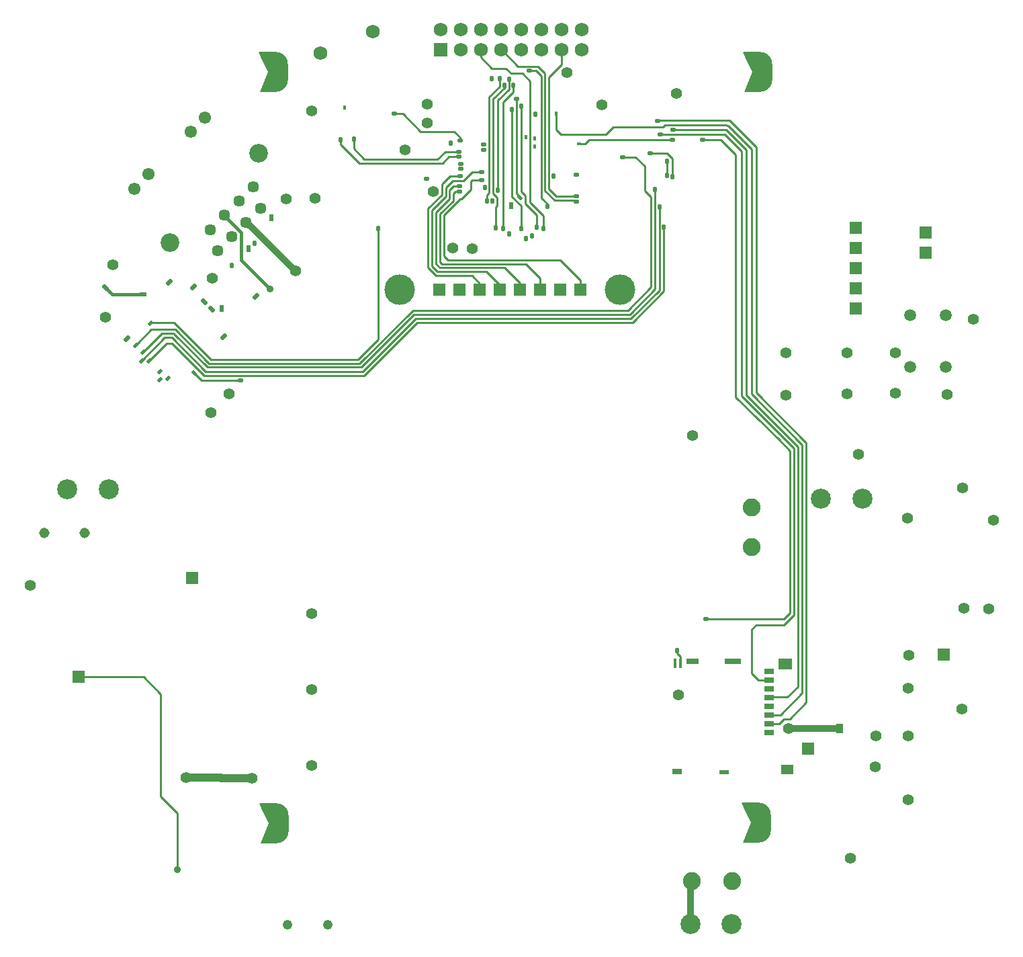
<source format=gbl>
G04 DesignSpark PCB Gerber Version 12.0 Build 5942*
%FSLAX35Y35*%
%MOIN*%
%AMT24*0 Rounded Rectangle Pad at angle 0*4,1,32,-0.00197,-0.01161,0.00197,-0.01161,0.00328,-0.01146,0.00453,-0.01103,0.00565,-0.01032,0.00658,-0.00939,0.00729,-0.00827,0.00772,-0.00702,0.00787,-0.00571,0.00787,0.00571,0.00772,0.00702,0.00729,0.00827,0.00658,0.00939,0.00565,0.01032,0.00453,0.01103,0.00328,0.01146,0.00197,0.01161,-0.00197,0.01161,-0.00328,0.01146,-0.00453,0.01103,-0.00565,0.01032,-0.00658,0.00939,-0.00729,0.00827,-0.00772,0.00702,-0.00787,0.00571,-0.00787,-0.00571,-0.00772,-0.00702,-0.00729,-0.00827,-0.00658,-0.00939,-0.00565,-0.01032,-0.00453,-0.01103,-0.00328,-0.01146,-0.00197,-0.01161,0*%
%ADD24T24*%
%AMT23*0 Rounded Rectangle Pad at angle 0*4,1,28,-0.00492,-0.01358,0.00492,-0.01358,0.00594,-0.01345,0.00689,-0.01306,0.00770,-0.01243,0.00833,-0.01161,0.00872,-0.01067,0.00886,-0.00965,0.00886,0.00965,0.00872,0.01067,0.00833,0.01161,0.00770,0.01243,0.00689,0.01306,0.00594,0.01345,0.00492,0.01358,-0.00492,0.01358,-0.00594,0.01345,-0.00689,0.01306,-0.00770,0.01243,-0.00833,0.01161,-0.00872,0.01067,-0.00886,0.00965,-0.00886,-0.00965,-0.00872,-0.01067,-0.00833,-0.01161,-0.00770,-0.01243,-0.00689,-0.01306,-0.00594,-0.01345,-0.00492,-0.01358,0*%
%ADD23T23*%
%AMT22*0 Rounded Rectangle Pad at angle 0*4,1,32,-0.00433,-0.01752,0.00433,-0.01752,0.00565,-0.01737,0.00689,-0.01693,0.00801,-0.01623,0.00894,-0.01530,0.00965,-0.01418,0.01009,-0.01293,0.01024,-0.01161,0.01024,0.01161,0.01009,0.01293,0.00965,0.01418,0.00894,0.01530,0.00801,0.01623,0.00689,0.01693,0.00565,0.01737,0.00433,0.01752,-0.00433,0.01752,-0.00565,0.01737,-0.00689,0.01693,-0.00801,0.01623,-0.00894,0.01530,-0.00965,0.01418,-0.01009,0.01293,-0.01024,0.01161,-0.01024,-0.01161,-0.01009,-0.01293,-0.00965,-0.01418,-0.00894,-0.01530,-0.00801,-0.01623,-0.00689,-0.01693,-0.00565,-0.01737,-0.00433,-0.01752,0*%
%ADD22T22*%
%AMT73*0 Rounded Rectangle Pad at angle 0*4,1,32,-0.01220,-0.02382,0.01220,-0.02382,0.01352,-0.02367,0.01477,-0.02323,0.01589,-0.02253,0.01682,-0.02159,0.01752,-0.02048,0.01796,-0.01923,0.01811,-0.01791,0.01811,0.01791,0.01796,0.01923,0.01752,0.02048,0.01682,0.02159,0.01589,0.02253,0.01477,0.02323,0.01352,0.02367,0.01220,0.02382,-0.01220,0.02382,-0.01352,0.02367,-0.01477,0.02323,-0.01589,0.02253,-0.01682,0.02159,-0.01752,0.02048,-0.01796,0.01923,-0.01811,0.01791,-0.01811,-0.01791,-0.01796,-0.01923,-0.01752,-0.02048,-0.01682,-0.02159,-0.01589,-0.02253,-0.01477,-0.02323,-0.01352,-0.02367,-0.01220,-0.02382,0*%
%ADD73T73*%
%AMT107*0 Rounded Rectangle Pad at angle 0*4,1,92,-0.03937,-0.09843,0.03937,-0.09843,0.04358,-0.09828,0.04777,-0.09783,0.05192,-0.09708,0.05600,-0.09604,0.06000,-0.09470,0.06390,-0.09309,0.06767,-0.09120,0.07129,-0.08906,0.07475,-0.08665,0.07804,-0.08401,0.08112,-0.08114,0.08400,-0.07806,0.08664,-0.07478,0.08905,-0.07131,0.09120,-0.06769,0.09309,-0.06392,0.09470,-0.06003,0.09604,-0.05603,0.09708,-0.05194,0.09783,-0.04780,0.09828,-0.04361,0.09843,-0.03937,0.09843,0.03937,0.09828,0.04358,0.09783,0.04777,0.09708,0.05192,0.09604,0.05600,0.09470,0.06000,0.09309,0.06390,0.09120,0.06767,0.08906,0.07129,0.08665,0.07475,0.08401,0.07804,0.08114,0.08112,0.07806,0.08400,0.07478,0.08664,0.07131,0.08905,0.06769,0.09120,0.06392,0.09309,0.06003,0.09470,0.05603,0.09604,0.05194,0.09708,0.04780,0.09783,0.04361,0.09828,0.03937,0.09843,-0.03937,0.09843,-0.04358,0.09828,-0.04777,0.09783,-0.05192,0.09708,-0.05600,0.09604,-0.06000,0.09470,-0.06390,0.09309,-0.06767,0.09120,-0.07129,0.08906,-0.07475,0.08665,-0.07804,0.08401,-0.08112,0.08114,-0.08400,0.07806,-0.08664,0.07478,-0.08905,0.07131,-0.09120,0.06769,-0.09309,0.06392,-0.09470,0.06003,-0.09604,0.05603,-0.09708,0.05194,-0.09783,0.04780,-0.09828,0.04361,-0.09843,0.03937,-0.09843,-0.03937,-0.09828,-0.04358,-0.09783,-0.04777,-0.09708,-0.05192,-0.09604,-0.05600,-0.09470,-0.06000,-0.09309,-0.06390,-0.09120,-0.06767,-0.08906,-0.07129,-0.08665,-0.07475,-0.08401,-0.07804,-0.08114,-0.08112,-0.07806,-0.08400,-0.07478,-0.08664,-0.07131,-0.08905,-0.06769,-0.09120,-0.06392,-0.09309,-0.06003,-0.09470,-0.05603,-0.09604,-0.05194,-0.09708,-0.04780,-0.09783,-0.04361,-0.09828,-0.03937,-0.09843,0*%
%ADD107T107*%
%ADD270R,0.01400X0.04500*%
%ADD102R,0.06000X0.06000*%
%ADD113R,0.06900X0.06900*%
%ADD14C,0.01000*%
%ADD19C,0.01500*%
%ADD18C,0.03346*%
%ADD28C,0.03543*%
%ADD72C,0.03937*%
%ADD119C,0.04791*%
%ADD121C,0.05181*%
%ADD70C,0.05591*%
%AMT27*0 Rounded Rectangle Pad at angle 45*4,1,28,0.00613,-0.01308,0.01308,-0.00613,0.01371,-0.00531,0.01410,-0.00436,0.01424,-0.00334,0.01410,-0.00232,0.01371,-0.00137,0.01308,-0.00056,-0.00056,0.01308,-0.00137,0.01371,-0.00232,0.01410,-0.00334,0.01424,-0.00436,0.01410,-0.00531,0.01371,-0.00613,0.01308,-0.01308,0.00613,-0.01371,0.00531,-0.01410,0.00436,-0.01424,0.00334,-0.01410,0.00232,-0.01371,0.00137,-0.01308,0.00056,0.00056,-0.01308,0.00137,-0.01371,0.00232,-0.01410,0.00334,-0.01424,0.00436,-0.01410,0.00531,-0.01371,0.00613,-0.01308,0*%
%ADD27T27*%
%AMT74*0 Rounded Rectangle Pad at angle 90*4,1,32,0.01161,-0.00197,0.01161,0.00197,0.01146,0.00328,0.01103,0.00453,0.01032,0.00565,0.00939,0.00658,0.00827,0.00729,0.00702,0.00772,0.00571,0.00787,-0.00571,0.00787,-0.00702,0.00772,-0.00827,0.00729,-0.00939,0.00658,-0.01032,0.00565,-0.01103,0.00453,-0.01146,0.00328,-0.01161,0.00197,-0.01161,-0.00197,-0.01146,-0.00328,-0.01103,-0.00453,-0.01032,-0.00565,-0.00939,-0.00658,-0.00827,-0.00729,-0.00702,-0.00772,-0.00571,-0.00787,0.00571,-0.00787,0.00702,-0.00772,0.00827,-0.00729,0.00939,-0.00658,0.01032,-0.00565,0.01103,-0.00453,0.01146,-0.00328,0.01161,-0.00197,0*%
%ADD74T74*%
%AMT25*0 Rounded Rectangle Pad at angle 90*4,1,28,0.01358,-0.00492,0.01358,0.00492,0.01345,0.00594,0.01306,0.00689,0.01243,0.00770,0.01161,0.00833,0.01067,0.00872,0.00965,0.00886,-0.00965,0.00886,-0.01067,0.00872,-0.01161,0.00833,-0.01243,0.00770,-0.01306,0.00689,-0.01345,0.00594,-0.01358,0.00492,-0.01358,-0.00492,-0.01345,-0.00594,-0.01306,-0.00689,-0.01243,-0.00770,-0.01161,-0.00833,-0.01067,-0.00872,-0.00965,-0.00886,0.00965,-0.00886,0.01067,-0.00872,0.01161,-0.00833,0.01243,-0.00770,0.01306,-0.00689,0.01345,-0.00594,0.01358,-0.00492,0*%
%ADD25T25*%
%AMT71*0 Rounded Rectangle Pad at angle 135*4,1,28,0.01308,0.00613,0.00613,0.01308,0.00531,0.01371,0.00436,0.01410,0.00334,0.01424,0.00232,0.01410,0.00137,0.01371,0.00056,0.01308,-0.01308,-0.00056,-0.01371,-0.00137,-0.01410,-0.00232,-0.01424,-0.00334,-0.01410,-0.00436,-0.01371,-0.00531,-0.01308,-0.00613,-0.00613,-0.01308,-0.00531,-0.01371,-0.00436,-0.01410,-0.00334,-0.01424,-0.00232,-0.01410,-0.00137,-0.01371,-0.00056,-0.01308,0.01308,0.00056,0.01371,0.00137,0.01410,0.00232,0.01424,0.00334,0.01410,0.00436,0.01371,0.00531,0.01308,0.00613,0*%
%ADD71T71*%
%AMT21*0 Rounded Rectangle Pad at angle 45*4,1,32,0.00933,-0.01545,0.01545,-0.00933,0.01627,-0.00829,0.01685,-0.00710,0.01714,-0.00581,0.01714,-0.00449,0.01685,-0.00320,0.01627,-0.00200,0.01545,-0.00097,-0.00097,0.01545,-0.00201,0.01627,-0.00320,0.01685,-0.00449,0.01714,-0.00581,0.01714,-0.00710,0.01685,-0.00830,0.01627,-0.00933,0.01545,-0.01545,0.00933,-0.01627,0.00829,-0.01685,0.00710,-0.01714,0.00581,-0.01714,0.00449,-0.01685,0.00320,-0.01627,0.00200,-0.01545,0.00097,0.00097,-0.01545,0.00201,-0.01627,0.00320,-0.01685,0.00449,-0.01714,0.00581,-0.01714,0.00710,-0.01685,0.00830,-0.01627,0.00933,-0.01545,0*%
%ADD21T21*%
%AMT29*0 Rounded Rectangle Pad at angle 90*4,1,32,0.01752,-0.00433,0.01752,0.00433,0.01737,0.00565,0.01693,0.00689,0.01623,0.00801,0.01530,0.00894,0.01418,0.00965,0.01293,0.01009,0.01161,0.01024,-0.01161,0.01024,-0.01293,0.01009,-0.01418,0.00965,-0.01530,0.00894,-0.01623,0.00801,-0.01693,0.00689,-0.01737,0.00565,-0.01752,0.00433,-0.01752,-0.00433,-0.01737,-0.00565,-0.01693,-0.00689,-0.01623,-0.00801,-0.01530,-0.00894,-0.01418,-0.00965,-0.01293,-0.01009,-0.01161,-0.01024,0.01161,-0.01024,0.01293,-0.01009,0.01418,-0.00965,0.01530,-0.00894,0.01623,-0.00801,0.01693,-0.00689,0.01737,-0.00565,0.01752,-0.00433,0*%
%ADD29T29*%
%AMT20*0 Rounded Rectangle Pad at angle 135*4,1,32,0.01545,0.00933,0.00933,0.01545,0.00829,0.01627,0.00710,0.01685,0.00581,0.01714,0.00449,0.01714,0.00320,0.01685,0.00200,0.01627,0.00097,0.01545,-0.01545,-0.00097,-0.01627,-0.00201,-0.01685,-0.00320,-0.01714,-0.00449,-0.01714,-0.00581,-0.01685,-0.00710,-0.01627,-0.00830,-0.01545,-0.00933,-0.00933,-0.01545,-0.00829,-0.01627,-0.00710,-0.01685,-0.00581,-0.01714,-0.00449,-0.01714,-0.00320,-0.01685,-0.00200,-0.01627,-0.00097,-0.01545,0.01545,0.00097,0.01627,0.00201,0.01685,0.00320,0.01714,0.00449,0.01714,0.00581,0.01685,0.00710,0.01627,0.00830,0.01545,0.00933,0*%
%ADD20T20*%
%ADD108C,0.05693*%
%ADD89C,0.05906*%
%ADD109C,0.06102*%
%ADD114C,0.06900*%
%ADD103C,0.08858*%
%ADD110C,0.09272*%
%ADD115C,0.09937*%
%ADD75C,0.15157*%
%ADD274R,0.04528X0.02362*%
%ADD269R,0.05118X0.02559*%
%ADD273R,0.06299X0.02559*%
%ADD272R,0.08425X0.02559*%
%ADD275R,0.05906X0.04567*%
%ADD271R,0.07087X0.05315*%
X0Y0D02*
D02*
D14*
X70545Y304030D02*
X70722D01*
X71606Y304913D01*
Y304953D01*
X78400Y311746D01*
X90250D01*
X107081Y294915D01*
X181707D01*
X208183Y321392D01*
X314974D01*
X326470Y332888D01*
Y377494D01*
X323301Y380663D01*
Y392848D01*
X318793Y397356D01*
X312199D01*
X74226Y300407D02*
X83555Y309736D01*
Y309740D01*
X89585D01*
Y309675D01*
X106175Y293085D01*
X182612D01*
X208754Y319226D01*
X315841D01*
X328360Y331746D01*
Y381136D01*
X328301D01*
X77337Y296333D02*
X85591Y304587D01*
Y304652D01*
X85972Y305033D01*
X88602D01*
X104646Y288990D01*
X184108D01*
X210447Y315329D01*
X317242D01*
X332695Y330781D01*
Y362533D01*
X332809D01*
X77888Y315033D02*
Y315348D01*
X89502D01*
X107888Y296963D01*
X180841D01*
X190821Y306943D01*
Y355427D01*
X190907Y355514D01*
Y361978D01*
X91234Y43911D02*
Y71923D01*
X82967Y80191D01*
Y131018D01*
X74502Y139482D01*
X49305D01*
X49285Y139463D01*
X42179D01*
X99758Y290073D02*
X103203Y286628D01*
X122612D01*
X172313Y405919D02*
Y403533D01*
X181543Y394303D01*
X222907D01*
X226019Y397415D01*
X230998D01*
X178825Y406159D02*
Y401455D01*
X184065Y396215D01*
X220448D01*
X224267Y400033D01*
X231018D01*
X199010Y418793D02*
X203222D01*
X212041Y409974D01*
X228754D01*
X231648Y407081D01*
Y405526D01*
X241451Y331726D02*
Y334628D01*
X237482Y338596D01*
X219659D01*
X215742Y342514D01*
Y371864D01*
X222494Y378616D01*
Y383754D01*
X226549Y387809D01*
X231628D01*
X242415Y385841D02*
X237691D01*
X237081Y385230D01*
Y381136D01*
X232376Y376431D01*
X231510D01*
X223754Y368675D01*
Y348203D01*
X225722Y346234D01*
X281333D01*
X291411Y336156D01*
Y331844D01*
X291451Y331805D01*
Y331726D01*
X249246Y362337D02*
Y372435D01*
X249955Y373144D01*
Y377179D01*
X248045Y379089D01*
Y426175D01*
X253852Y431982D01*
Y433026D01*
X253537D01*
X250467Y380880D02*
Y425644D01*
X255821Y430998D01*
Y436037D01*
X251195Y436352D02*
Y432337D01*
X246116Y427258D01*
Y379640D01*
X244994Y378518D01*
Y375565D01*
X251451Y331726D02*
Y333872D01*
X244738Y340585D01*
X220348D01*
X217711Y343222D01*
Y370959D01*
X224502Y377750D01*
Y382159D01*
X227829Y385486D01*
X233191D01*
X237482Y389778D01*
X242356D01*
X257415Y420959D02*
Y405722D01*
X257396D01*
Y377593D01*
X261825Y373163D01*
Y361904D01*
X258026Y432848D02*
X257907D01*
Y429423D01*
X253045Y424561D01*
Y362022D01*
X253144D01*
X259620Y426352D02*
Y405014D01*
X259719D01*
Y379207D01*
X261234Y377691D01*
Y377317D01*
X261451Y331726D02*
Y334738D01*
X253754Y342435D01*
X221549D01*
X219699Y344285D01*
Y369837D01*
X226333Y376470D01*
Y381037D01*
X228242Y382947D01*
X231234D01*
Y383065D01*
X262041Y422573D02*
Y380270D01*
X263990Y378321D01*
Y374222D01*
X269699Y368514D01*
Y363892D01*
X269719Y363872D01*
Y362711D01*
X271451Y331726D02*
Y337100D01*
X264246Y344305D01*
X222514D01*
X221726Y345093D01*
Y369226D01*
X228222Y375722D01*
Y379167D01*
X229364Y380309D01*
X231411D01*
X272888Y361785D02*
Y368380D01*
X266470Y374797D01*
Y434959D01*
X262612Y438817D01*
X256860D01*
X254325Y441352D01*
X247337D01*
X241943Y446746D01*
Y450644D01*
X274837Y372848D02*
Y374144D01*
X271939Y377041D01*
Y437518D01*
X269364Y440093D01*
X265841D01*
X289187Y375270D02*
X288675Y375781D01*
X278715D01*
X273774Y380722D01*
Y438990D01*
X270407Y442356D01*
X260195D01*
X251943Y450884D01*
Y450644D01*
X289266Y377967D02*
X279305D01*
X275663Y381608D01*
Y436963D01*
X281943Y443242D01*
Y450644D01*
X325880Y399167D02*
X334404D01*
X337120Y396451D01*
Y387888D01*
X337081Y387848D01*
Y387494D01*
X330624Y372435D02*
X330565D01*
Y331313D01*
X316451Y317199D01*
X209541D01*
X183250Y290907D01*
X105360D01*
X88516Y307752D01*
X85114D01*
X73715Y296352D01*
X331116Y408512D02*
Y408557D01*
X362947D01*
X371411Y400093D01*
Y278774D01*
X397179Y253006D01*
Y170112D01*
X392455Y165388D01*
X378656D01*
X376431Y163163D01*
Y141376D01*
X379758Y138049D01*
X385014D01*
X334344Y395073D02*
Y388439D01*
X334285D01*
Y388242D01*
X336924Y405762D02*
X295703D01*
X293695Y403754D01*
X290526D01*
X341057Y146179D02*
Y149427D01*
X341049D01*
X339364Y151112D01*
Y152671D01*
X351943Y405939D02*
X361077D01*
X368459Y398557D01*
Y278380D01*
X389837Y257081D01*
X395211Y251707D01*
Y171096D01*
X392337Y168222D01*
X353675D01*
X383518Y129404D02*
X394049D01*
X399364Y134719D01*
Y253675D01*
X373695Y279344D01*
Y400781D01*
X363677Y410799D01*
X337337D01*
X385014Y116396D02*
X390018D01*
X392356Y118734D01*
X395171D01*
X403478Y127041D01*
Y255506D01*
X378557Y280427D01*
Y402337D01*
X365323Y415571D01*
X329738D01*
Y415374D01*
X385014Y120726D02*
X390707D01*
X401451Y131470D01*
Y254482D01*
X376195Y279738D01*
Y401254D01*
X364561Y412888D01*
X364108D01*
X363852Y413144D01*
X333163D01*
X332219Y412199D01*
X307593D01*
X303852Y408459D01*
X281569D01*
X279226Y410801D01*
Y419030D01*
D02*
D18*
X125415Y364895D02*
X125743D01*
X149856Y340781D01*
X345841Y16844D02*
Y37140D01*
X346805Y38104D01*
X419974Y113951D02*
X394719D01*
D02*
D19*
X74404Y329246D02*
X59069D01*
X55781Y332533D01*
X114809Y368431D02*
Y368262D01*
X123144Y359927D01*
Y346293D01*
X123124D01*
X137356Y332061D01*
D02*
D70*
X18203Y184738D03*
X55604Y317947D03*
X59285Y344010D03*
X95762Y89443D03*
X108144Y270526D03*
X108518Y337278D03*
X117061Y279856D03*
X128341Y89148D03*
X145447Y376451D03*
X149856Y340781D03*
X157829Y95467D03*
Y133104D03*
Y170821D03*
X158104Y420191D03*
X159659Y376943D03*
X204404Y401057D03*
X215171Y423616D03*
X215270Y414246D03*
X218242Y380230D03*
X227947Y352140D03*
X237750Y352002D03*
X284659Y439128D03*
X302100Y423321D03*
X338911Y428852D03*
X339974Y130467D03*
X347140Y259207D03*
X393419Y279108D03*
Y300368D03*
X394719Y113951D03*
X423596Y280033D03*
Y300368D03*
X425407Y49561D03*
X429423Y249778D03*
X437652Y94758D03*
X437907Y110250D03*
X447612Y280388D03*
Y300368D03*
X453715Y218360D03*
X454069Y78596D03*
Y110250D03*
Y133892D03*
X454226Y150368D03*
X473203Y279502D03*
X480703Y123715D03*
X480860Y233262D03*
X481530Y173459D03*
X486411Y316825D03*
X493872Y173104D03*
X496274Y217396D03*
D02*
D71*
X70545Y304030D03*
X73715Y296352D03*
X74226Y300407D03*
X77337Y296333D03*
X77888Y315033D03*
X82533Y287061D03*
X82770Y290821D03*
X86569Y287612D03*
D02*
D20*
X66392Y307100D03*
X87199Y335230D03*
X99364Y332770D03*
X114207Y308163D03*
X130329Y328222D03*
D02*
D21*
X55781Y332533D03*
X104778Y325545D03*
X108341Y321805D03*
D02*
D22*
X113262Y322199D03*
X126530Y351844D03*
X137967Y367297D03*
X257120Y373360D03*
D02*
D23*
X118242Y343636D03*
X129778Y354640D03*
X172313Y405919D03*
X178825Y406159D03*
X190907Y361978D03*
X226963Y404344D03*
X243872Y382140D03*
X244994Y375565D03*
X247179Y436333D03*
X247730Y375526D03*
X249246Y362337D03*
X250467Y380880D03*
X251195Y436352D03*
X253144Y362022D03*
X253537Y433026D03*
X255821Y359089D03*
Y436037D03*
X257415Y420959D03*
X258026Y432848D03*
X261825Y361904D03*
X262041Y422573D03*
X264423Y356943D03*
X267337Y358262D03*
X268970Y418675D03*
X269719Y362711D03*
X272888Y361785D03*
X274837Y372848D03*
X277927Y387809D03*
X328301Y381136D03*
X330624Y372435D03*
X332809Y362533D03*
X334285Y388242D03*
X334344Y395073D03*
X337081Y387494D03*
X339364Y152671D03*
D02*
D24*
X174415Y421813D03*
X264187Y407356D03*
X268656Y406411D03*
X268695Y402455D03*
X279226Y419030D03*
D02*
D25*
X122612Y286628D03*
X199010Y418793D03*
X214955Y386510D03*
X230998Y397415D03*
X231018Y400033D03*
X231234Y383065D03*
X231411Y380309D03*
X231628Y387809D03*
X231648Y405526D03*
X231982Y394010D03*
X232061Y391431D03*
X242356Y389778D03*
X242415Y385841D03*
X243183Y403557D03*
X243222Y400880D03*
X259620Y426352D03*
X265841Y440093D03*
X289187Y375270D03*
X289266Y377967D03*
X289285Y388478D03*
X312199Y397356D03*
X325880Y399167D03*
X329738Y415374D03*
X331116Y408512D03*
X336924Y405762D03*
X337337Y410799D03*
X351943Y405939D03*
X353675Y168222D03*
D02*
D27*
X99758Y290073D03*
X261234Y377317D03*
D02*
D28*
X91234Y43911D03*
X137356Y332061D03*
D02*
D29*
X74404Y329246D03*
D02*
D72*
X128341Y89148D02*
X112888D01*
Y89443D01*
X95762D01*
D02*
D73*
X419974Y113951D03*
D02*
D74*
X290526Y403754D03*
D02*
D75*
X201770Y331470D03*
X311136D03*
D02*
D89*
X455093Y293281D03*
Y318872D03*
X472809Y293281D03*
Y318872D03*
D02*
D102*
X42179Y139463D03*
X98498Y188715D03*
X221451Y331726D03*
X231451D03*
X241451D03*
X251451D03*
X261451D03*
X271451D03*
X281451D03*
X291451D03*
X404423Y103911D03*
X427848Y322219D03*
Y332219D03*
Y342219D03*
Y352219D03*
Y362219D03*
X462774Y349766D03*
Y359766D03*
X471549Y150565D03*
D02*
D103*
X346805Y38104D03*
X366805D03*
X376313Y203793D03*
Y223675D03*
D02*
D107*
X136411Y439541D03*
X136766Y66864D03*
X375998Y67396D03*
X376707Y439541D03*
D02*
D108*
X107737Y361359D03*
X111273Y350753D03*
X114809Y368431D03*
X118344Y357824D03*
X121880Y375502D03*
X125415Y364895D03*
X128951Y382573D03*
X132486Y371966D03*
D02*
D109*
X69849Y381710D03*
X76920Y388781D03*
X97994Y409855D03*
X105065Y416926D03*
D02*
D110*
X87666Y354985D03*
X131790Y399109D03*
D02*
D113*
X221943Y450644D03*
D02*
D114*
X162180Y449037D03*
X188280Y459582D03*
X221943Y460644D03*
X231943Y450644D03*
Y460644D03*
X241943Y450644D03*
Y460644D03*
X251943Y450644D03*
Y460644D03*
X261943Y450644D03*
Y460644D03*
X271943Y450644D03*
Y460644D03*
X281943Y450644D03*
Y460644D03*
X291943Y450644D03*
Y460644D03*
D02*
D115*
X36726Y232435D03*
X57356D03*
X345841Y16844D03*
X366470D03*
X410663Y228065D03*
X431293D03*
D02*
D119*
X146136Y16608D03*
X166136D03*
D02*
D121*
X25270Y210880D03*
X45152D03*
D02*
D269*
X339344Y92435D03*
X385014Y112061D03*
Y116396D03*
Y120726D03*
Y125057D03*
Y129388D03*
Y133719D03*
Y138049D03*
Y142380D03*
D02*
D270*
X338459Y146179D03*
X341057D03*
D02*
D271*
X393085Y145781D03*
D02*
D272*
X366982Y147163D03*
D02*
D273*
X346982D03*
D02*
D274*
X362671Y92337D03*
D02*
D275*
X394069Y93443D03*
X0Y0D02*
M02*

</source>
